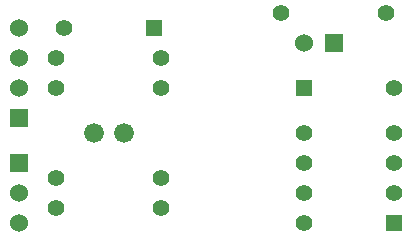
<source format=gbs>
G04 (created by PCBNEW (2013-05-16 BZR 4016)-stable) date 25.05.2013 21:05:43*
%MOIN*%
G04 Gerber Fmt 3.4, Leading zero omitted, Abs format*
%FSLAX34Y34*%
G01*
G70*
G90*
G04 APERTURE LIST*
%ADD10C,0.00590551*%
%ADD11C,0.055*%
%ADD12C,0.066*%
%ADD13R,0.055X0.055*%
%ADD14R,0.06X0.06*%
%ADD15C,0.06*%
G04 APERTURE END LIST*
G54D10*
G54D11*
X18250Y-18500D03*
X21750Y-18500D03*
X18250Y-17500D03*
X21750Y-17500D03*
X18250Y-21500D03*
X21750Y-21500D03*
X18250Y-22500D03*
X21750Y-22500D03*
X29250Y-16000D03*
X25750Y-16000D03*
G54D12*
X20500Y-20000D03*
X19500Y-20000D03*
G54D13*
X26500Y-18500D03*
G54D11*
X29500Y-18500D03*
G54D13*
X21500Y-16500D03*
G54D11*
X18500Y-16500D03*
G54D13*
X29500Y-23000D03*
G54D11*
X29500Y-22000D03*
X29500Y-21000D03*
X29500Y-20000D03*
X26500Y-20000D03*
X26500Y-21000D03*
X26500Y-22000D03*
X26500Y-23000D03*
G54D14*
X17000Y-19500D03*
G54D15*
X17000Y-18500D03*
X17000Y-17500D03*
X17000Y-16500D03*
G54D14*
X17000Y-21000D03*
G54D15*
X17000Y-22000D03*
X17000Y-23000D03*
G54D14*
X27500Y-17000D03*
G54D15*
X26500Y-17000D03*
M02*

</source>
